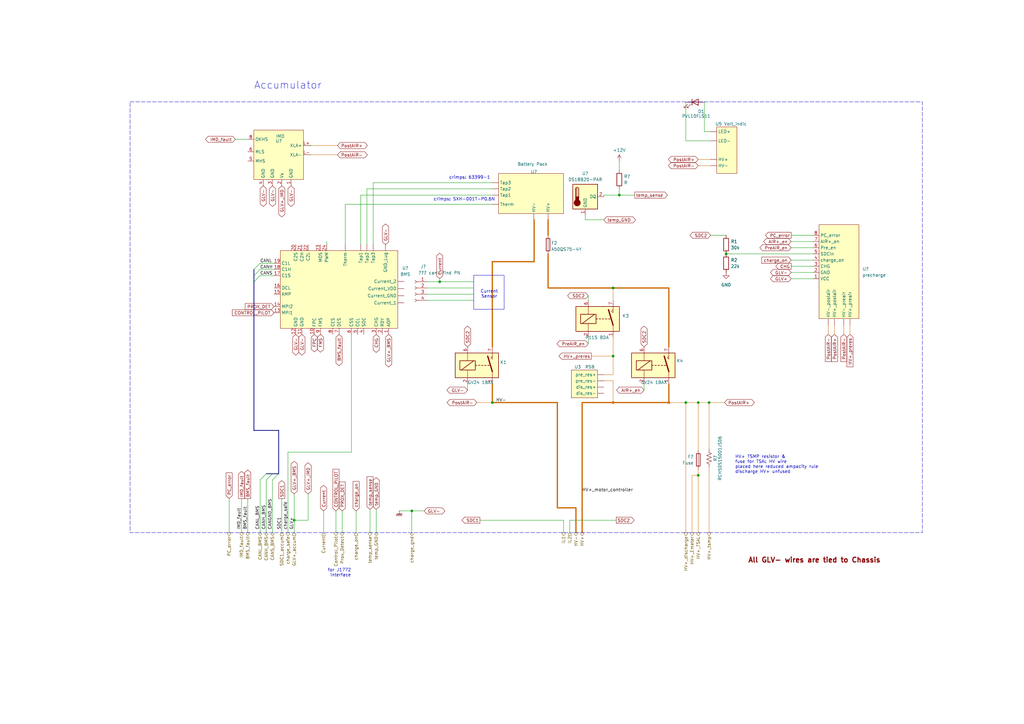
<source format=kicad_sch>
(kicad_sch (version 20250114) (generator "eeschema") (generator_version "9.0")
  (paper "A3")
  (title_block (title "SC FormulaE Electrical System"))
  (lib_symbols
    (symbol "Connector:Conn_01x04_Socket" (pin_names (offset 1.016) (hide yes))
      (property "Reference" "J" (at 0 5.08 0))
      (property "Value" "Conn_01x04_Socket" (at 0 -7.62 0))
      (symbol "Conn_01x04_Socket_1_1"
        (polyline (pts (xy -1.27 2.54) (xy -0.508 2.54)) (stroke (width 0.1524)))
        (polyline (pts (xy -1.27 0) (xy -0.508 0)) (stroke (width 0.1524)))
        (polyline (pts (xy -1.27 -2.54) (xy -0.508 -2.54)) (stroke (width 0.1524)))
        (polyline (pts (xy -1.27 -5.08) (xy -0.508 -5.08)) (stroke (width 0.1524)))
        (arc (start 0 2.032) (mid -0.5058 2.54) (end 0 3.048) (stroke (width 0.1524)))
        (arc (start 0 -0.508) (mid -0.5058 0) (end 0 0.508) (stroke (width 0.1524)))
        (arc (start 0 -3.048) (mid -0.5058 -2.54) (end 0 -2.032) (stroke (width 0.1524)))
        (arc (start 0 -5.588) (mid -0.5058 -5.08) (end 0 -4.572) (stroke (width 0.1524)))
        (pin passive line (at -5.08 2.54 0) (length 3.81) (name "Pin_1") (number "1"))
        (pin passive line (at -5.08 0 0) (length 3.81) (name "Pin_2") (number "2"))
        (pin passive line (at -5.08 -2.54 0) (length 3.81) (name "Pin_3") (number "3"))
        (pin passive line (at -5.08 -5.08 0) (length 3.81) (name "Pin_4") (number "4"))
      )
    )
    (symbol "Device:Fuse" (pin_numbers (hide yes)) (pin_names (offset 0))
      (property "Reference" "F" (at 2.032 0 90))
      (property "Value" "Fuse" (at -1.905 0 90))
      (symbol "Fuse_0_1"
        (rectangle (start -0.762 -2.54) (end 0.762 2.54) (stroke (width 0.254)))
        (polyline (pts (xy 0 2.54) (xy 0 -2.54)))
      )
      (symbol "Fuse_1_1"
        (pin passive line (at 0 3.81 270) (length 1.27) (name "~") (number "1"))
        (pin passive line (at 0 -3.81 90) (length 1.27) (name "~") (number "2"))
      )
    )
    (symbol "Device:LED" (pin_numbers (hide yes)) (pin_names (offset 1.016) (hide yes))
      (property "Reference" "D" (at 0 2.54 0))
      (property "Value" "LED" (at 0 -2.54 0))
      (symbol "LED_0_1"
        (polyline (pts (xy -3.048 -0.762) (xy -4.572 -2.286) (xy -3.81 -2.286) (xy -4.572 -2.286) (xy -4.572 -1.524)))
        (polyline (pts (xy -1.778 -0.762) (xy -3.302 -2.286) (xy -2.54 -2.286) (xy -3.302 -2.286) (xy -3.302 -1.524)))
        (polyline (pts (xy -1.27 0) (xy 1.27 0)))
        (polyline (pts (xy -1.27 -1.27) (xy -1.27 1.27)) (stroke (width 0.254)))
        (polyline (pts (xy 1.27 -1.27) (xy 1.27 1.27) (xy -1.27 0) (xy 1.27 -1.27)) (stroke (width 0.254)))
      )
      (symbol "LED_1_1"
        (pin passive line (at -3.81 0 0) (length 2.54) (name "K") (number "1"))
        (pin passive line (at 3.81 0 180) (length 2.54) (name "A") (number "2"))
      )
    )
    (symbol "Device:R" (pin_numbers (hide yes)) (pin_names (offset 0))
      (property "Reference" "R" (at 2.032 0 90))
      (property "Value" "R" (at 0 0 90))
      (symbol "R_0_1"
        (rectangle (start -1.016 -2.54) (end 1.016 2.54) (stroke (width 0.254)))
      )
      (symbol "R_1_1"
        (pin passive line (at 0 3.81 270) (length 1.27) (name "~") (number "1"))
        (pin passive line (at 0 -3.81 90) (length 1.27) (name "~") (number "2"))
      )
    )
    (symbol "Device:R_US" (pin_numbers (hide yes)) (pin_names (offset 0))
      (property "Reference" "R" (at 2.54 0 90))
      (property "Value" "R_US" (at -2.54 0 90))
      (symbol "R_US_0_1"
        (polyline (pts (xy 0 2.286) (xy 0 2.54)))
        (polyline (pts (xy 0 2.286) (xy 1.016 1.905) (xy 0 1.524) (xy -1.016 1.143) (xy 0 0.762)))
        (polyline (pts (xy 0 0.762) (xy 1.016 0.381) (xy 0 0) (xy -1.016 -0.381) (xy 0 -0.762)))
        (polyline (pts (xy 0 -0.762) (xy 1.016 -1.143) (xy 0 -1.524) (xy -1.016 -1.905) (xy 0 -2.286)))
        (polyline (pts (xy 0 -2.286) (xy 0 -2.54)))
      )
      (symbol "R_US_1_1"
        (pin passive line (at 0 3.81 270) (length 1.27) (name "~") (number "1"))
        (pin passive line (at 0 -3.81 90) (length 1.27) (name "~") (number "2"))
      )
    )
    (symbol "FSAE:BMS"
      (property "Reference" "U" (at 19.05 0.762 0))
      (property "Value" "BMS" (at 19.05 -3.048 0))
      (symbol "BMS_0_1"
        (rectangle (start -16.383 50.038) (end 15.367 1.778) (fill (type background)))
      )
      (symbol "BMS_1_1"
        (pin bidirectional line (at -18.923 43.688 0) (length 2.54) (name "GND") (number "12"))
        (pin bidirectional line (at -18.923 41.148 0) (length 2.54) (name "GND") (number "11"))
        (pin input line (at -18.923 36.068 0) (length 2.54) (name "FPC") (number "10"))
        (pin input line (at -18.923 33.528 0) (length 2.54) (name "FMS") (number "9"))
        (pin output line (at -18.923 28.448 0) (length 2.54) (name "CES") (number "8"))
        (pin output line (at -18.923 25.908 0) (length 2.54) (name "DES") (number "7"))
        (pin output line (at -18.923 20.828 0) (length 2.54) (name "CSS") (number "6"))
        (pin output line (at -18.923 18.288 0) (length 2.54) (name "CCL") (number "5"))
        (pin output line (at -18.923 15.748 0) (length 2.54) (name "SOC") (number "4"))
        (pin power_in line (at -18.923 10.668 0) (length 2.54) (name "CHG") (number "3"))
        (pin power_in line (at -18.923 8.128 0) (length 2.54) (name "RDY") (number "2"))
        (pin power_in line (at -18.923 5.588 0) (length 2.54) (name "AOP") (number "1"))
        (pin input line (at -10.033 52.578 270) (length 2.54) (name "MPI1") (number "13"))
        (pin input line (at -7.493 52.578 270) (length 2.54) (name "MPI2") (number "14"))
        (pin input line (at -5.969 -0.762 90) (length 2.54) (name "Current_1") (number ""))
        (pin input line (at -3.048 -0.762 90) (length 2.54) (name "Current_GND") (number ""))
        (pin output line (at -2.413 52.578 270) (length 2.54) (name "AMP") (number "15"))
        (pin input line (at -0.127 -0.762 90) (length 2.54) (name "Current_VDD") (number ""))
        (pin output line (at 0.127 52.578 270) (length 2.54) (name "DCL") (number "16"))
        (pin input line (at 2.794 -0.762 90) (length 2.54) (name "Current_2") (number ""))
        (pin bidirectional line (at 5.207 52.578 270) (length 2.54) (name "C1S") (number "17"))
        (pin bidirectional line (at 7.747 52.578 270) (length 2.54) (name "C1H") (number "18"))
        (pin bidirectional line (at 10.287 52.578 270) (length 2.54) (name "C1L") (number "19"))
        (pin bidirectional line (at 17.907 43.688 180) (length 2.54) (name "C2S") (number "20"))
        (pin bidirectional line (at 17.907 41.148 180) (length 2.54) (name "C2H") (number "21"))
        (pin bidirectional line (at 17.907 38.608 180) (length 2.54) (name "C2L") (number "22"))
        (pin output line (at 17.907 33.528 180) (length 2.54) (name "MOS") (number "23"))
        (pin output line (at 17.907 30.988 180) (length 2.54) (name "PWM") (number "24"))
        (pin bidirectional line (at 17.907 23.368 180) (length 2.54) (name "Therm") (number ""))
        (pin bidirectional line (at 17.907 17.018 180) (length 2.54) (name "Tap1") (number ""))
        (pin bidirectional line (at 17.907 14.478 180) (length 2.54) (name "Tap2") (number ""))
        (pin bidirectional line (at 17.907 11.938 180) (length 2.54) (name "Tap3") (number ""))
        (pin bidirectional line (at 17.907 6.858 180) (length 2.54) (name "GND_Lug") (number ""))
      )
    )
    (symbol "FSAE:Battery"
      (property "Reference" "U4" (at -13.97 12.7 0))
      (property "Value" "Battery" (at -16.51 15.24 0))
      (symbol "Battery_0_1"
        (rectangle (start -12.7 20.32) (end 13.97 3.81) (fill (type background)))
      )
      (symbol "Battery_1_1"
        (pin bidirectional line (at -6.35 22.86 270) (length 2.54) (name "HV+") (number ""))
        (pin bidirectional line (at -0.508 22.86 270) (length 2.54) (name "HV-") (number ""))
        (pin bidirectional line (at 16.51 16.51 180) (length 2.54) (name "Therm") (number ""))
        (pin bidirectional line (at 16.51 12.7 180) (length 2.54) (name "Tap1") (number ""))
        (pin bidirectional line (at 16.51 10.16 180) (length 2.54) (name "Tap2") (number ""))
        (pin bidirectional line (at 16.51 7.62 180) (length 2.54) (name "Tap3") (number ""))
      )
    )
    (symbol "FSAE:IMD"
      (property "Reference" "U" (at 0 0 0))
      (symbol "IMD_0_1"
        (rectangle (start -8.89 22.86) (end 11.43 2.54) (fill (type background)))
      )
      (symbol "IMD_1_1"
        (pin input line (at -11.43 12.7 0) (length 2.54) (name "XLA-") (number "L-"))
        (pin input line (at -11.43 8.89 0) (length 2.54) (name "XLA+") (number "L+"))
        (pin bidirectional line (at -3.81 25.4 270) (length 2.54) (name "GND") (number "1"))
        (pin power_in line (at 0 25.4 270) (length 2.54) (name "Vs") (number "2"))
        (pin bidirectional line (at 3.81 25.4 270) (length 2.54) (name "GND") (number "3"))
        (pin bidirectional line (at 7.62 25.4 270) (length 2.54) (name "GND") (number "4"))
        (pin output line (at 13.97 15.24 180) (length 2.54) (name "MHS") (number "5"))
        (pin output line (at 13.97 11.43 180) (length 2.54) (name "MLS") (number "6"))
        (pin output line (at 13.97 6.35 180) (length 2.54) (name "OKHS") (number "8"))
      )
    )
    (symbol "Precharge_1"
      (property "Reference" "U6" (at 9.8424 13.335 90))
      (property "Value" "precharge" (at 12.3824 13.335 90))
      (symbol "Precharge_1_1_1"
        (rectangle (start -8.255 11.938) (end 30.226 -4.445) (fill (type background)))
        (pin output line (at -3.937 -6.985 90) (length 2.54) (name "PC_error") (number "8"))
        (pin output line (at -1.397 -6.985 90) (length 2.54) (name "AIR+_en") (number "7"))
        (pin output line (at 1.143 -6.985 90) (length 2.54) (name "Pre_en") (number "6"))
        (pin input line (at 3.683 -6.985 90) (length 2.54) (name "SDCin") (number "5"))
        (pin input line (at 6.223 -6.985 90) (length 2.54) (name "charge_on") (number "4"))
        (pin output line (at 8.763 -6.985 90) (length 2.54) (name "CHG") (number "3"))
        (pin power_in line (at 11.303 -6.985 90) (length 2.54) (name "GND") (number "2"))
        (pin power_in line (at 13.843 -6.985 90) (length 2.54) (name "VCC") (number "1"))
        (pin input line (at 32.893 8.255 180) (length 2.54) (name "HV+_preair") (number ""))
        (pin input line (at 32.893 5.715 180) (length 2.54) (name "HV-_preair") (number ""))
        (pin input line (at 32.893 1.905 180) (length 2.54) (name "HV+_postair") (number ""))
        (pin input line (at 32.893 -0.635 180) (length 2.54) (name "HV-_postair") (number ""))
      )
    )
    (symbol "Random:RSB"
      (property "Reference" "U5" (at -5.715 6.985 0))
      (property "Value" "RSB" (at 0.635 6.985 0))
      (symbol "RSB_1_1"
        (rectangle (start -6.985 5.715) (end 3.81 -5.715) (fill (type background)))
        (pin input line (at 6.35 3.81 180) (length 2.54) (name "pre_res+") (number ""))
        (pin input line (at 6.35 1.27 180) (length 2.54) (name "pre_res-") (number ""))
        (pin input line (at 6.35 -1.27 180) (length 2.54) (name "dis_res+") (number ""))
        (pin input line (at 6.35 -3.81 180) (length 2.54) (name "dis_res-") (number ""))
      )
    )
    (symbol "Random:Volt_indic"
      (property "Reference" "U5" (at -11.43 -4.445 90))
      (property "Value" "Volt_indic" (at -11.43 3.81 90))
      (symbol "Volt_indic_1_1"
        (rectangle (start -10.16 4.445) (end 8.89 -3.81) (fill (type background)))
        (pin output line (at -8.255 -6.35 90) (length 2.54) (name "LED+") (number ""))
        (pin output line (at -4.445 -6.35 90) (length 2.54) (name "LED-") (number ""))
        (pin power_in line (at 3.175 -6.35 90) (length 2.54) (name "HV+") (number ""))
        (pin power_in line (at 5.715 -6.35 90) (length 2.54) (name "HV-") (number ""))
      )
    )
    (symbol "Relay:DIPxx-1Axx-11x"
      (property "Reference" "K" (at 8.89 3.81 0))
      (property "Value" "DIPxx-1Axx-11x" (at 8.89 1.27 0))
      (symbol "DIPxx-1Axx-11x_0_0"
        (polyline (pts (xy 5.08 5.08) (xy 5.08 2.54) (xy 4.445 3.175) (xy 5.08 3.81)))
      )
      (symbol "DIPxx-1Axx-11x_0_1"
        (rectangle (start -10.16 5.08) (end 7.62 -5.08) (stroke (width 0.254)) (fill (type background)))
        (rectangle (start -8.255 1.905) (end -1.905 -1.905) (stroke (width 0.254)))
        (polyline (pts (xy -7.62 -1.905) (xy -2.54 1.905)) (stroke (width 0.254)))
        (polyline (pts (xy -5.08 5.08) (xy -5.08 1.905)))
        (polyline (pts (xy -5.08 -5.08) (xy -5.08 -1.905)))
        (polyline (pts (xy -1.905 0) (xy -1.27 0)) (stroke (width 0.254)))
        (polyline (pts (xy -0.635 0) (xy 0 0)) (stroke (width 0.254)))
        (polyline (pts (xy 0.635 0) (xy 1.27 0)) (stroke (width 0.254)))
        (polyline (pts (xy 1.905 0) (xy 2.54 0)) (stroke (width 0.254)))
        (polyline (pts (xy 3.175 0) (xy 3.81 0)) (stroke (width 0.254)))
        (polyline (pts (xy 5.08 -2.54) (xy 3.175 3.81)) (stroke (width 0.508)))
        (polyline (pts (xy 5.08 -2.54) (xy 5.08 -5.08)))
      )
      (symbol "DIPxx-1Axx-11x_1_1"
        (pin passive line (at -5.08 7.62 270) (length 2.54) (name "~") (number "6"))
        (pin passive line (at -5.08 -7.62 90) (length 2.54) (name "~") (number "2"))
        (pin passive line (at 5.08 7.62 270) (length 2.54) (name "~") (number "7"))
        (pin passive line (at 5.08 7.62 270) (length 2.54) (hide yes) (name "~") (number "8"))
        (pin passive line (at 5.08 -7.62 90) (length 2.54) (name "~") (number "1"))
        (pin passive line (at 5.08 -7.62 90) (length 2.54) (hide yes) (name "~") (number "14"))
      )
    )
    (symbol "Sensor_Temperature:DS18B20-PAR"
      (property "Reference" "U" (at -3.81 6.35 0))
      (property "Value" "DS18B20-PAR" (at 7.62 6.35 0))
      (symbol "DS18B20-PAR_0_1"
        (rectangle (start -5.08 5.08) (end 5.08 -5.08) (stroke (width 0.254)) (fill (type background)))
        (polyline (pts (xy -3.937 3.175) (xy -3.937 0)) (stroke (width 0.254)))
        (polyline (pts (xy -3.937 3.175) (xy -3.302 3.175)) (stroke (width 0.254)))
        (polyline (pts (xy -3.937 2.54) (xy -3.302 2.54)) (stroke (width 0.254)))
        (polyline (pts (xy -3.937 1.905) (xy -3.302 1.905)) (stroke (width 0.254)))
        (polyline (pts (xy -3.937 1.27) (xy -3.302 1.27)) (stroke (width 0.254)))
        (polyline (pts (xy -3.937 0.635) (xy -3.302 0.635)) (stroke (width 0.254)))
        (arc (start -3.937 3.175) (mid -3.302 3.8073) (end -2.667 3.175) (stroke (width 0.254)))
        (circle (center -3.302 -2.54) (radius 1.27) (stroke (width 0.254)) (fill (type outline)))
        (polyline (pts (xy -2.667 3.175) (xy -2.667 0)) (stroke (width 0.254)))
        (rectangle (start -2.667 -1.905) (end -3.937 0) (stroke (width 0.254)) (fill (type outline)))
      )
      (symbol "DS18B20-PAR_1_1"
        (pin power_in line (at 0 -7.62 90) (length 2.54) (name "GND") (number "1"))
        (pin no_connect line (at 5.08 2.54 180) (length 2.54) (hide yes) (name "NC") (number "3"))
        (pin bidirectional line (at 7.62 0 180) (length 2.54) (name "DQ") (number "2"))
      )
    )
    (symbol "power:+12V" (power) (pin_numbers (hide yes)) (pin_names (offset 0) (hide yes))
      (property "Value" "+12V" (at 0 3.556 0))
      (symbol "+12V_0_1"
        (polyline (pts (xy -0.762 1.27) (xy 0 2.54)))
        (polyline (pts (xy 0 2.54) (xy 0.762 1.27)))
        (polyline (pts (xy 0 0) (xy 0 2.54)))
      )
      (symbol "+12V_1_1"
        (pin power_in line (at 0 0 90) (length 0) (name "~") (number "1"))
      )
    )
    (symbol "power:GND" (power) (pin_numbers (hide yes)) (pin_names (offset 0) (hide yes))
      (property "Value" "GND" (at 0 -3.81 0))
      (symbol "GND_0_1"
        (polyline (pts (xy 0 0) (xy 0 -1.27) (xy 1.27 -1.27) (xy 0 -2.54) (xy -1.27 -1.27) (xy 0 -1.27)))
      )
      (symbol "GND_1_1"
        (pin power_in line (at 0 0 270) (length 0) (name "~") (number "1"))
      )
    )
    (symbol "power:GNDPWR" (power) (pin_numbers (hide yes)) (pin_names (offset 0) (hide yes))
      (property "Value" "GNDPWR" (at 0 -3.302 0))
      (symbol "GNDPWR_0_1"
        (polyline (pts (xy -1.016 -1.27) (xy -1.27 -2.032) (xy -1.27 -2.032)) (stroke (width 0.2032)))
        (polyline (pts (xy -0.508 -1.27) (xy -0.762 -2.032) (xy -0.762 -2.032)) (stroke (width 0.2032)))
        (polyline (pts (xy 0 -1.27) (xy 0 0)))
        (polyline (pts (xy 0 -1.27) (xy -0.254 -2.032) (xy -0.254 -2.032)) (stroke (width 0.2032)))
        (polyline (pts (xy 0.508 -1.27) (xy 0.254 -2.032) (xy 0.254 -2.032)) (stroke (width 0.2032)))
        (polyline (pts (xy 1.016 -1.27) (xy -1.016 -1.27) (xy -1.016 -1.27)) (stroke (width 0.2032)))
        (polyline (pts (xy 1.016 -1.27) (xy 0.762 -2.032) (xy 0.762 -2.032) (xy 0.762 -2.032)) (stroke (width 0.2032)))
      )
      (symbol "GNDPWR_1_1"
        (pin power_in line (at 0 0 270) (length 0) (name "~") (number "1"))
      )
    )
  )
  (rectangle (start 53.34 41.783) (end 378.333 218.44) (stroke (width 0) (type dash)))
  (rectangle (start 194.31 112.903) (end 206.756 126.873))
  (text "All GLV- wires are tied to Chassis" (at 334.01 229.87 0) (effects (font (size 2.032 2.032) (thickness 0.4064) (bold yes))))
  (text "HV+ TSMP resistor &\nfuse for TSAL HV wire\nplaced here reduced ampacity rule\ndischarge HV+ unfused" (at 301.498 190.5 0) (effects (font (size 1.27 1.27)) (justify left)))
  (text "crimps: 63399-1" (at 184.15 73.66 0) (effects (font (size 1.27 1.27)) (justify left bottom)))
  (text "for J1772 \ninterface" (at 139.7 234.95 0) (effects (font (size 1.27 1.27))))
  (text "Accumulator\n" (at 104.14 36.83 0) (effects (font (size 3 3)) (justify left bottom)))
  (text "Current\nSensor" (at 200.66 120.65 0) (effects (font (size 1.27 1.27))))
  (text "crimps: SXH-001T-P0.6N\n" (at 177.8 82.55 0) (effects (font (size 1.27 1.27)) (justify left bottom)))
  (junction (at 286.385 165.1))
  (junction (at 286.385 194.945))
  (junction (at 281.305 165.1))
  (junction (at 201.93 165.1))
  (junction (at 290.83 165.1))
  (junction (at 274.32 165.1) (color 204 102 0 1))
  (junction (at 180.34 115.57))
  (junction (at 254 80.01))
  (junction (at 120.65 213.36))
  (junction (at 251.46 118.11))
  (junction (at 168.91 209.55))
  (junction (at 251.46 146.05))
  (junction (at 297.815 104.14))
  (junction (at 251.46 165.1) (color 204 102 0 1))
  (bus_entry (at 106.68 113.03) (size -2.54 2.54))
  (bus_entry (at 109.22 194.31) (size -2.54 2.54))
  (bus_entry (at 106.68 110.49) (size -2.54 2.54))
  (bus_entry (at 106.68 107.95) (size -2.54 2.54))
  (bus_entry (at 111.76 196.85) (size 2.54 -2.54))
  (bus_entry (at 111.76 194.31) (size -2.54 2.54))
  (wire (pts (xy 251.46 138.43) (xy 251.46 146.05)) (stroke (width 0) (color 204 102 0 1)))
  (wire (pts (xy 254 80.01) (xy 247.65 80.01)))
  (wire (pts (xy 281.305 165.1) (xy 286.385 165.1)) (stroke (width 0) (color 204 102 0 1)))
  (wire (pts (xy 153.035 74.93) (xy 201.93 74.93)))
  (wire (pts (xy 141.605 83.82) (xy 141.605 100.33)))
  (wire (pts (xy 120.65 213.36) (xy 120.65 218.44)))
  (wire (pts (xy 241.3 121.285) (xy 241.3 123.19)))
  (wire (pts (xy 224.79 90.17) (xy 224.79 96.52)) (stroke (width 0.508) (color 204 102 0 1)))
  (wire (pts (xy 106.68 196.85) (xy 106.68 218.44)))
  (wire (pts (xy 274.32 165.1) (xy 281.305 165.1)) (stroke (width 0) (color 204 102 0 1)))
  (wire (pts (xy 109.22 196.85) (xy 109.22 218.44)))
  (wire (pts (xy 251.46 165.1) (xy 274.32 165.1)) (stroke (width 0.508) (color 204 102 0 1)))
  (wire (pts (xy 286.385 65.405) (xy 291.465 65.405)) (stroke (width 0) (color 204 102 0 1)))
  (wire (pts (xy 96.52 57.15) (xy 101.6 57.15)))
  (wire (pts (xy 150.495 77.47) (xy 201.93 77.47)))
  (wire (pts (xy 224.79 118.11) (xy 251.46 118.11)) (stroke (width 0.508) (color 204 102 0 1)))
  (wire (pts (xy 260.35 80.01) (xy 254 80.01)))
  (wire (pts (xy 101.6 204.47) (xy 101.6 218.44)))
  (wire (pts (xy 324.485 111.76) (xy 333.375 111.76)))
  (wire (pts (xy 247.65 90.17) (xy 240.03 90.17)))
  (wire (pts (xy 127 63.5) (xy 138.43 63.5)) (stroke (width 0) (color 204 102 0 1)))
  (wire (pts (xy 324.485 96.52) (xy 333.375 96.52)))
  (wire (pts (xy 346.075 133.35) (xy 346.075 137.16)) (stroke (width 0) (color 204 102 0 1)))
  (wire (pts (xy 228.6 165.1) (xy 228.6 208.28)) (stroke (width 0.508) (color 204 102 0 1)))
  (bus (pts (xy 109.22 194.31) (xy 111.76 194.31)))
  (wire (pts (xy 247.65 80.01) (xy 247.65 80.645)))
  (wire (pts (xy 236.22 208.28) (xy 228.6 208.28)) (stroke (width 0.508) (color 204 102 0 1)))
  (wire (pts (xy 111.76 196.85) (xy 111.76 218.44)))
  (wire (pts (xy 144.145 137.16) (xy 144.145 185.42)))
  (wire (pts (xy 283.845 194.945) (xy 286.385 194.945)) (stroke (width 0) (color 204 102 0 1)))
  (wire (pts (xy 224.79 104.14) (xy 224.79 118.11)) (stroke (width 0.508) (color 204 102 0 1)))
  (wire (pts (xy 324.485 106.68) (xy 333.375 106.68)))
  (wire (pts (xy 153.035 100.33) (xy 153.035 74.93)))
  (wire (pts (xy 154.305 208.915) (xy 154.305 218.44)))
  (wire (pts (xy 180.34 115.57) (xy 194.31 115.57)))
  (wire (pts (xy 251.46 146.05) (xy 251.46 153.67)) (stroke (width 0) (color 204 102 0 1)))
  (bus (pts (xy 114.3 176.53) (xy 104.14 176.53)))
  (wire (pts (xy 291.465 96.52) (xy 297.815 96.52)))
  (bus (pts (xy 104.14 115.57) (xy 104.14 176.53)))
  (wire (pts (xy 324.485 114.3) (xy 333.375 114.3)))
  (wire (pts (xy 118.11 185.42) (xy 118.11 218.44)))
  (wire (pts (xy 144.145 185.42) (xy 118.11 185.42)))
  (wire (pts (xy 147.955 80.01) (xy 201.93 80.01)))
  (wire (pts (xy 339.725 133.35) (xy 339.725 137.16)) (stroke (width 0) (color 204 102 0 1)))
  (wire (pts (xy 233.68 213.36) (xy 252.73 213.36)))
  (wire (pts (xy 274.32 118.11) (xy 274.32 142.24)) (stroke (width 0.508) (color 204 102 0 1)))
  (wire (pts (xy 151.765 208.915) (xy 151.765 218.44)))
  (wire (pts (xy 281.305 57.785) (xy 291.465 57.785)))
  (wire (pts (xy 120.65 202.565) (xy 120.65 213.36)))
  (wire (pts (xy 286.385 165.1) (xy 290.83 165.1)) (stroke (width 0) (color 204 102 0 1)))
  (wire (pts (xy 140.335 209.55) (xy 140.335 218.44)))
  (wire (pts (xy 106.68 113.03) (xy 112.395 113.03)))
  (bus (pts (xy 104.14 113.03) (xy 104.14 115.57)))
  (wire (pts (xy 201.93 107.315) (xy 219.075 107.315)) (stroke (width 0.508) (color 204 102 0 1)))
  (wire (pts (xy 247.65 156.21) (xy 251.46 156.21)) (stroke (width 0) (color 204 102 0 1)))
  (wire (pts (xy 290.83 165.1) (xy 297.18 165.1)) (stroke (width 0) (color 204 102 0 1)))
  (wire (pts (xy 195.58 165.1) (xy 201.93 165.1)) (stroke (width 0) (color 204 102 0 1)))
  (wire (pts (xy 146.05 209.55) (xy 146.05 218.44)))
  (wire (pts (xy 274.32 157.48) (xy 274.32 165.1)) (stroke (width 0.508) (color 204 102 0 1)))
  (bus (pts (xy 104.14 110.49) (xy 104.14 113.03)))
  (wire (pts (xy 290.83 191.77) (xy 290.83 218.44)) (stroke (width 0) (color 204 102 0 1)))
  (wire (pts (xy 231.14 213.36) (xy 231.14 218.44)))
  (wire (pts (xy 137.795 209.55) (xy 137.795 218.44)))
  (wire (pts (xy 175.26 123.19) (xy 194.31 123.19)))
  (wire (pts (xy 191.77 157.48) (xy 191.77 160.02)))
  (wire (pts (xy 283.845 194.945) (xy 283.845 218.44)) (stroke (width 0) (color 204 102 0 1)))
  (wire (pts (xy 127 59.69) (xy 127.635 59.69)))
  (wire (pts (xy 93.98 204.47) (xy 93.98 218.44)))
  (wire (pts (xy 348.615 133.35) (xy 348.615 137.16)) (stroke (width 0) (color 204 102 0 1)))
  (wire (pts (xy 288.925 53.975) (xy 291.465 53.975)))
  (wire (pts (xy 288.925 41.91) (xy 288.925 53.975)))
  (wire (pts (xy 133.985 99.06) (xy 133.985 100.33)))
  (wire (pts (xy 241.3 140.97) (xy 241.3 138.43)))
  (wire (pts (xy 251.46 118.11) (xy 274.32 118.11)) (stroke (width 0.508) (color 204 102 0 1)))
  (wire (pts (xy 286.385 165.1) (xy 286.385 184.785)) (stroke (width 0) (color 204 102 0 1)))
  (wire (pts (xy 196.85 213.36) (xy 231.14 213.36)))
  (wire (pts (xy 297.815 104.14) (xy 333.375 104.14)))
  (bus (pts (xy 111.76 194.31) (xy 114.3 194.31)))
  (wire (pts (xy 264.16 157.48) (xy 264.16 160.02)))
  (bus (pts (xy 114.3 194.31) (xy 114.3 176.53)))
  (wire (pts (xy 175.26 120.65) (xy 194.31 120.65)))
  (wire (pts (xy 242.57 146.05) (xy 251.46 146.05)) (stroke (width 0) (color 204 102 0 1)))
  (wire (pts (xy 324.485 101.6) (xy 333.375 101.6)))
  (wire (pts (xy 251.46 156.21) (xy 251.46 165.1)) (stroke (width 0) (color 204 102 0 1)))
  (wire (pts (xy 147.955 100.33) (xy 147.955 80.01)))
  (wire (pts (xy 175.26 115.57) (xy 180.34 115.57)))
  (wire (pts (xy 126.365 202.565) (xy 126.365 213.36)))
  (wire (pts (xy 201.93 107.315) (xy 201.93 142.24)) (stroke (width 0.508) (color 204 102 0 1)))
  (wire (pts (xy 236.22 208.28) (xy 236.22 218.44)) (stroke (width 0.508) (color 204 102 0 1)))
  (wire (pts (xy 180.34 114.3) (xy 180.34 115.57)))
  (wire (pts (xy 106.68 107.95) (xy 112.395 107.95)))
  (wire (pts (xy 281.305 165.1) (xy 281.305 218.44)) (stroke (width 0) (color 204 102 0 1)))
  (wire (pts (xy 240.03 90.17) (xy 240.03 88.265)))
  (wire (pts (xy 219.075 90.17) (xy 219.075 107.315)) (stroke (width 0.508) (color 204 102 0 1)))
  (wire (pts (xy 126.365 213.36) (xy 120.65 213.36)))
  (wire (pts (xy 168.91 209.55) (xy 168.91 218.44)))
  (wire (pts (xy 175.26 118.11) (xy 194.31 118.11)))
  (wire (pts (xy 254 77.47) (xy 254 80.01)))
  (wire (pts (xy 115.57 204.47) (xy 115.57 218.44)))
  (wire (pts (xy 247.65 153.67) (xy 251.46 153.67)) (stroke (width 0) (color 204 102 0 1)))
  (wire (pts (xy 201.93 165.1) (xy 228.6 165.1)) (stroke (width 0.508) (color 204 102 0 1)))
  (wire (pts (xy 238.76 165.1) (xy 251.46 165.1)) (stroke (width 0.508) (color 204 102 0 1)))
  (wire (pts (xy 286.385 194.945) (xy 286.385 218.44)) (stroke (width 0) (color 204 102 0 1)))
  (wire (pts (xy 127 63.5) (xy 127.635 63.5)))
  (wire (pts (xy 324.485 109.22) (xy 333.375 109.22)))
  (wire (pts (xy 132.715 209.55) (xy 132.715 218.44)))
  (wire (pts (xy 150.495 77.47) (xy 150.495 100.33)))
  (wire (pts (xy 324.485 99.06) (xy 333.375 99.06)))
  (wire (pts (xy 286.385 192.405) (xy 286.385 194.945)) (stroke (width 0) (color 204 102 0 1)))
  (wire (pts (xy 233.68 213.36) (xy 233.68 218.44)))
  (wire (pts (xy 201.93 157.48) (xy 201.93 165.1)) (stroke (width 0.508) (color 204 102 0 1)))
  (wire (pts (xy 99.06 204.47) (xy 99.06 218.44)))
  (wire (pts (xy 168.91 209.55) (xy 173.99 209.55)))
  (wire (pts (xy 238.76 165.1) (xy 238.76 218.44)) (stroke (width 0.508) (color 204 102 0 1)))
  (wire (pts (xy 254 66.04) (xy 254 69.85)))
  (wire (pts (xy 127 59.69) (xy 138.43 59.69)) (stroke (width 0) (color 204 102 0 1)))
  (wire (pts (xy 290.83 165.1) (xy 290.83 184.15)) (stroke (width 0) (color 204 102 0 1)))
  (wire (pts (xy 163.83 209.55) (xy 168.91 209.55)))
  (wire (pts (xy 286.385 67.945) (xy 291.465 67.945)) (stroke (width 0) (color 204 102 0 1)))
  (wire (pts (xy 342.265 133.35) (xy 342.265 137.16)) (stroke (width 0) (color 204 102 0 1)))
  (wire (pts (xy 281.305 57.785) (xy 281.305 41.91)))
  (wire (pts (xy 251.46 118.11) (xy 251.46 123.19)) (stroke (width 0) (color 204 102 0 1)))
  (wire (pts (xy 106.68 110.49) (xy 112.395 110.49)))
  (wire (pts (xy 141.605 83.82) (xy 201.93 83.82)))
  (label "BMS_fault" (at 101.6 217.17 90))
  (label "GLV+" (at 120.65 217.17 90))
  (label "HV-" (at 207.645 165.1 180))
  (label "SDC1" (at 115.57 217.17 90))
  (label "IMD_fault" (at 99.06 217.17 90))
  (label "CANH" (at 106.68 110.49 0))
  (label "CANL_BMS" (at 106.68 217.17 90))
  (label "CANH_BMS" (at 109.22 217.17 90))
  (label "HV+_motor_controller" (at 238.76 201.93 0))
  (label "charge_safe" (at 118.11 217.17 90))
  (label "CANL" (at 106.68 107.95 0))
  (label "CANS" (at 106.68 113.03 0))
  (label "CANGND_BMS" (at 111.76 217.17 90))
  (global_label "IMD_fault" (shape output) (at 99.06 204.47 90) (property "Intersheetrefs" "${INTERSHEET_REFS}" (effects (hide yes))))
  (global_label "PostAIR-" (shape bidirectional) (at 195.58 165.1 180) (property "Intersheetrefs" "${INTERSHEET_REFS}" (effects (hide yes))))
  (global_label "CHG" (shape bidirectional) (at 154.305 137.16 270) (property "Intersheetrefs" "${INTERSHEET_REFS}" (effects (hide yes))))
  (global_label "GLV-" (shape bidirectional) (at 119.38 76.2 270) (property "Intersheetrefs" "${INTERSHEET_REFS}" (effects (hide yes))))
  (global_label "SDC2" (shape bidirectional) (at 291.465 96.52 180) (property "Intersheetrefs" "${INTERSHEET_REFS}" (effects (hide yes))))
  (global_label "charge_on" (shape input) (at 324.485 106.68 180) (property "Intersheetrefs" "${INTERSHEET_REFS}" (effects (hide yes))))
  (global_label "CONTROL_PILOT" (shape input) (at 112.395 128.27 180) (property "Intersheetrefs" "${INTERSHEET_REFS}" (effects (hide yes))))
  (global_label "SDC2" (shape output) (at 252.73 213.36 0) (property "Intersheetrefs" "${INTERSHEET_REFS}" (effects (hide yes))))
  (global_label "PC_error" (shape output) (at 324.485 96.52 180) (property "Intersheetrefs" "${INTERSHEET_REFS}" (effects (hide yes))))
  (global_label "HV+_preres" (shape input) (at 348.615 137.16 270) (property "Intersheetrefs" "${INTERSHEET_REFS}" (effects (hide yes))))
  (global_label "SDC1" (shape output) (at 196.85 213.36 180) (property "Intersheetrefs" "${INTERSHEET_REFS}" (effects (hide yes))))
  (global_label "GLV-" (shape bidirectional) (at 191.77 160.02 180) (property "Intersheetrefs" "${INTERSHEET_REFS}" (effects (hide yes))))
  (global_label "temp_sense" (shape input) (at 151.765 208.915 90) (property "Intersheetrefs" "${INTERSHEET_REFS}" (effects (hide yes))))
  (global_label "PostAIR+" (shape input) (at 342.265 137.16 270) (property "Intersheetrefs" "${INTERSHEET_REFS}" (effects (hide yes))))
  (global_label "PROX_DET" (shape input) (at 140.335 209.55 90) (property "Intersheetrefs" "${INTERSHEET_REFS}" (effects (hide yes))))
  (global_label "PostAIR-" (shape bidirectional) (at 138.43 63.5 0) (property "Intersheetrefs" "${INTERSHEET_REFS}" (effects (hide yes))))
  (global_label "FMS" (shape bidirectional) (at 131.445 137.16 270) (property "Intersheetrefs" "${INTERSHEET_REFS}" (effects (hide yes))))
  (global_label "GLV-" (shape bidirectional) (at 158.115 100.33 90) (property "Intersheetrefs" "${INTERSHEET_REFS}" (effects (hide yes))))
  (global_label "GLV-" (shape bidirectional) (at 324.485 111.76 180) (property "Intersheetrefs" "${INTERSHEET_REFS}" (effects (hide yes))))
  (global_label "AIR+_en" (shape bidirectional) (at 324.485 99.06 180) (property "Intersheetrefs" "${INTERSHEET_REFS}" (effects (hide yes))))
  (global_label "GLV-" (shape bidirectional) (at 123.825 137.16 270) (property "Intersheetrefs" "${INTERSHEET_REFS}" (effects (hide yes))))
  (global_label "PostAIR+" (shape bidirectional) (at 297.18 165.1 0) (property "Intersheetrefs" "${INTERSHEET_REFS}" (effects (hide yes))))
  (global_label "PROX_DET" (shape input) (at 112.395 125.73 180) (property "Intersheetrefs" "${INTERSHEET_REFS}" (effects (hide yes))))
  (global_label "SDC2" (shape bidirectional) (at 191.77 142.24 90) (property "Intersheetrefs" "${INTERSHEET_REFS}" (effects (hide yes))))
  (global_label "CHG" (shape output) (at 324.485 109.22 180) (property "Intersheetrefs" "${INTERSHEET_REFS}" (effects (hide yes))))
  (global_label "charge_on" (shape input) (at 146.05 209.55 90) (property "Intersheetrefs" "${INTERSHEET_REFS}" (effects (hide yes))))
  (global_label "GLV-" (shape bidirectional) (at 107.95 76.2 270) (property "Intersheetrefs" "${INTERSHEET_REFS}" (effects (hide yes))))
  (global_label "SDC1" (shape output) (at 115.57 204.47 90) (property "Intersheetrefs" "${INTERSHEET_REFS}" (effects (hide yes))))
  (global_label "FPC" (shape bidirectional) (at 128.905 137.16 270) (property "Intersheetrefs" "${INTERSHEET_REFS}" (effects (hide yes))))
  (global_label "GLV-" (shape bidirectional) (at 173.99 209.55 0) (property "Intersheetrefs" "${INTERSHEET_REFS}" (effects (hide yes))))
  (global_label "temp_sense" (shape output) (at 260.35 80.01 0) (property "Intersheetrefs" "${INTERSHEET_REFS}" (effects (hide yes))))
  (global_label "SDC2" (shape bidirectional) (at 264.16 142.24 90) (property "Intersheetrefs" "${INTERSHEET_REFS}" (effects (hide yes))))
  (global_label "AIR+_en" (shape bidirectional) (at 264.16 160.02 180) (property "Intersheetrefs" "${INTERSHEET_REFS}" (effects (hide yes))))
  (global_label "PC_error" (shape input) (at 93.98 204.47 90) (property "Intersheetrefs" "${INTERSHEET_REFS}" (effects (hide yes))))
  (global_label "GLV-" (shape bidirectional) (at 111.76 76.2 270) (property "Intersheetrefs" "${INTERSHEET_REFS}" (effects (hide yes))))
  (global_label "PostAIR-" (shape bidirectional) (at 286.385 67.945 180) (property "Intersheetrefs" "${INTERSHEET_REFS}" (effects (hide yes))))
  (global_label "GLV+_BMS" (shape bidirectional) (at 120.65 202.565 90) (property "Intersheetrefs" "${INTERSHEET_REFS}" (effects (hide yes))))
  (global_label "temp_GND" (shape bidirectional) (at 247.65 90.17 0) (property "Intersheetrefs" "${INTERSHEET_REFS}" (effects (hide yes))))
  (global_label "PostAIR-" (shape input) (at 339.725 137.16 270) (property "Intersheetrefs" "${INTERSHEET_REFS}" (effects (hide yes))))
  (global_label "CONTROL_PILOT" (shape input) (at 137.795 209.55 90) (property "Intersheetrefs" "${INTERSHEET_REFS}" (effects (hide yes))))
  (global_label "Current" (shape bidirectional) (at 180.34 114.3 90) (property "Intersheetrefs" "${INTERSHEET_REFS}" (effects (hide yes))))
  (global_label "GLV+" (shape bidirectional) (at 324.485 114.3 180) (property "Intersheetrefs" "${INTERSHEET_REFS}" (effects (hide yes))))
  (global_label "PostAIR+" (shape bidirectional) (at 286.385 65.405 180) (property "Intersheetrefs" "${INTERSHEET_REFS}" (effects (hide yes))))
  (global_label "PostAIR-" (shape input) (at 346.075 137.16 270) (property "Intersheetrefs" "${INTERSHEET_REFS}" (effects (hide yes))))
  (global_label "BMS_fault" (shape bidirectional) (at 139.065 137.16 270) (property "Intersheetrefs" "${INTERSHEET_REFS}" (effects (hide yes))))
  (global_label "HV+_preres" (shape output) (at 242.57 146.05 180) (property "Intersheetrefs" "${INTERSHEET_REFS}" (effects (hide yes))))
  (global_label "IMD_fault" (shape bidirectional) (at 96.52 57.15 180) (property "Intersheetrefs" "${INTERSHEET_REFS}" (effects (hide yes))))
  (global_label "temp_GND" (shape bidirectional) (at 154.305 208.915 90) (property "Intersheetrefs" "${INTERSHEET_REFS}" (effects (hide yes))))
  (global_label "GLV-" (shape bidirectional) (at 121.285 137.16 270) (property "Intersheetrefs" "${INTERSHEET_REFS}" (effects (hide yes))))
  (global_label "GLV+_BMS" (shape bidirectional) (at 159.385 137.16 270) (property "Intersheetrefs" "${INTERSHEET_REFS}" (effects (hide yes))))
  (global_label "SDC2" (shape bidirectional) (at 241.3 121.285 180) (property "Intersheetrefs" "${INTERSHEET_REFS}" (effects (hide yes))))
  (global_label "PreAIR_en" (shape bidirectional) (at 241.3 140.97 180) (property "Intersheetrefs" "${INTERSHEET_REFS}" (effects (hide yes))))
  (global_label "GLV+_IMD" (shape bidirectional) (at 115.57 76.2 270) (property "Intersheetrefs" "${INTERSHEET_REFS}" (effects (hide yes))))
  (global_label "PostAIR+" (shape bidirectional) (at 138.43 59.69 0) (property "Intersheetrefs" "${INTERSHEET_REFS}" (effects (hide yes))))
  (global_label "BMS_fault" (shape output) (at 101.6 204.47 90) (property "Intersheetrefs" "${INTERSHEET_REFS}" (effects (hide yes))))
  (global_label "GLV+_IMD" (shape bidirectional) (at 126.365 202.565 90) (property "Intersheetrefs" "${INTERSHEET_REFS}" (effects (hide yes))))
  (global_label "PreAIR_en" (shape bidirectional) (at 324.485 101.6 180) (property "Intersheetrefs" "${INTERSHEET_REFS}" (effects (hide yes))))
  (global_label "Current" (shape bidirectional) (at 132.715 209.55 90) (property "Intersheetrefs" "${INTERSHEET_REFS}" (effects (hide yes))))
  (hierarchical_label "HV+_tsmp" (shape output) (at 290.83 218.44 270))
  (hierarchical_label "HV+_TSAL" (shape output) (at 286.385 218.44 270))
  (hierarchical_label "charge_on" (shape input) (at 146.05 218.44 270))
  (hierarchical_label "Control_Pilot" (shape output) (at 137.795 218.44 270))
  (hierarchical_label "HV+_discharge" (shape output) (at 281.305 218.44 270))
  (hierarchical_label "CANS_BMS" (shape bidirectional) (at 111.76 218.44 270))
  (hierarchical_label "IMD_fault" (shape output) (at 99.06 218.44 270))
  (hierarchical_label "temp_sense" (shape output) (at 151.765 218.44 270))
  (hierarchical_label "CANH_BMS" (shape bidirectional) (at 109.22 218.44 270))
  (hierarchical_label "Prox_Detect" (shape output) (at 140.335 218.44 270))
  (hierarchical_label "charge_gnd" (shape bidirectional) (at 168.91 218.44 270))
  (hierarchical_label "SDC1_accum" (shape input) (at 115.57 218.44 270))
  (hierarchical_label "temp_GND" (shape bidirectional) (at 154.305 218.44 270))
  (hierarchical_label "HV+_Emeter" (shape output) (at 283.845 218.44 270))
  (hierarchical_label "HV-" (shape output) (at 236.22 218.44 270))
  (hierarchical_label "IL1" (shape output) (at 231.14 218.44 270))
  (hierarchical_label "BMS_fault" (shape output) (at 101.6 218.44 270))
  (hierarchical_label "charge_safe" (shape output) (at 118.11 218.44 270))
  (hierarchical_label "CANL_BMS" (shape bidirectional) (at 106.68 218.44 270))
  (hierarchical_label "HV+" (shape output) (at 238.76 218.44 270))
  (hierarchical_label "IL2" (shape input) (at 233.68 218.44 270))
  (hierarchical_label "PC_error" (shape output) (at 93.98 218.44 270))
  (hierarchical_label "GLV+_accum" (shape input) (at 120.65 218.44 270))
  (hierarchical_label "Current" (shape input) (at 132.715 218.44 270))
  (symbol (lib_id "Device:R") (at 254 73.66 0) (unit 1)
    (property "Reference" "R?" (at 255.905 72.3899 0) (effects (justify left)))
    (property "Value" "R" (at 255.905 74.9299 0) (effects (justify left)))
    (property "Description" "Resistor" (effects (hide yes)))
  )
  (symbol (lib_id "Relay:DIPxx-1Axx-11x") (at 196.85 149.86 0) (unit 1)
    (property "Reference" "K1" (at 205.105 148.59 0) (effects (justify left)))
    (property "Value" "GV24 1BAX" (at 191.77 156.845 0) (effects (justify left)))
    (property "Footprint" "Relay_THT:Relay_StandexMeder_DIP_LowProfile" (effects (hide yes)))
    (property "Datasheet" "https://www.sensata.com/sites/default/files/a/sensata-gigavac-gv24-sereies-800v-contactors-datasheet.pdf" (effects (hide yes)))
  )
  (symbol (lib_id "Device:R") (at 297.815 107.95 0) (unit 1)
    (property "Reference" "R2" (at 299.72 106.6799 0) (effects (justify left)))
    (property "Value" "22k" (at 299.72 109.2199 0) (effects (justify left)))
    (property "Description" "Resistor" (effects (hide yes)))
  )
  (symbol (lib_id "Random:RSB") (at 241.3 157.48 0) (unit 1)
    (property "Reference" "U3" (at 235.585 150.495 0) (effects (justify left)))
    (property "Value" "RSB" (at 241.935 150.495 0))
  )
  (symbol (lib_id "power:GNDPWR") (at 163.83 209.55 0) (unit 1)
    (property "Reference" "#PWR?" (effects (hide yes)))
    (property "Value" "GNDPWR" (effects (hide yes)))
    (property "Description" "Power symbol creates a global label with name \"GNDPWR\" , global ground" (effects (hide yes)))
  )
  (symbol (lib_id "Device:Fuse") (at 224.79 100.33 0) (unit 1)
    (property "Reference" "F2" (at 226.06 99.695 0) (effects (justify left)))
    (property "Value" "A50QS75-4Y" (at 226.06 102.235 0) (effects (justify left)))
  )
  (symbol (lib_id "Relay:DIPxx-1Axx-11x") (at 246.38 130.81 0) (unit 1)
    (property "Reference" "K3" (at 255.27 129.5399 0) (effects (justify left)))
    (property "Value" "P115 BDA" (at 240.03 138.43 0) (effects (justify left)))
    (property "Footprint" "Relay_THT:Relay_StandexMeder_DIP_LowProfile" (effects (hide yes)))
    (property "Datasheet" "https://www.sensata.com/sites/default/files/a/sensata-gigavac-gv24-sereies-800v-contactors-datasheet.pdf" (effects (hide yes)))
  )
  (symbol (lib_id "Device:LED") (at 285.115 41.91 0) (unit 1)
    (property "Reference" "D1" (at 288.925 45.72 0) (effects (justify right)))
    (property "Value" "PVL10FLS11" (at 291.465 47.625 0) (effects (justify right)))
    (property "Footprint" "LED_THT:LED_D3.0mm" (effects (hide yes)))
  )
  (symbol (lib_id "FSAE:BMS") (at 164.973 118.237 90) (unit 1)
    (property "Reference" "U?" (at 166.243 109.9468 90))
    (property "Value" "BMS" (at 166.243 112.4868 90))
  )
  (symbol (lib_id "Sensor_Temperature:DS18B20-PAR") (at 240.03 80.645 0) (unit 1)
    (property "Reference" "U?" (at 240.03 71.12 0))
    (property "Value" "DS18B20-PAR" (at 240.03 73.66 0))
    (property "Footprint" "Package_TO_SOT_THT:TO-92_Inline" (effects (hide yes)))
    (property "Datasheet" "http://datasheets.maximintegrated.com/en/ds/DS18B20-PAR.pdf" (effects (hide yes)))
    (property "Description" "1-Wire Parasite-Power Digital Thermometer TO-92" (effects (hide yes)))
  )
  (symbol (lib_id "Relay:DIPxx-1Axx-11x") (at 269.24 149.86 0) (unit 1)
    (property "Reference" "K4" (at 277.495 147.955 0) (effects (justify left)))
    (property "Value" "GV24 1BAX" (at 262.89 156.845 0) (effects (justify left)))
    (property "Footprint" "Relay_THT:Relay_StandexMeder_DIP_LowProfile" (effects (hide yes)))
    (property "Datasheet" "https://www.sensata.com/sites/default/files/a/sensata-gigavac-gv24-sereies-800v-contactors-datasheet.pdf" (effects (hide yes)))
  )
  (symbol (lib_id "Device:Fuse") (at 286.385 188.595 0) (unit 1)
    (property "Reference" "F?" (at 284.48 187.3249 0) (effects (justify right)))
    (property "Value" "Fuse" (at 284.48 189.8649 0) (effects (justify right)))
    (property "Description" "Fuse" (effects (hide yes)))
  )
  (symbol (lib_id "FSAE:Battery") (at 218.44 67.31 180) (unit 1)
    (property "Reference" "U?" (at 220.345 70.485 0) (effects (justify left)))
    (property "Value" "Battery Pack" (at 218.44 67.31 0))
  )
  (symbol (lib_id "Random:Volt_indic") (at 297.815 62.23 270) (unit 1)
    (property "Reference" "U5" (at 293.37 50.8 90) (effects (justify left)))
    (property "Value" "Volt_indic" (at 301.625 50.8 90))
  )
  (symbol (lib_id "power:+12V") (at 254 66.04 0) (unit 1)
    (property "Reference" "#PWR?" (effects (hide yes)))
    (property "Value" "+12V" (at 254 61.595 0))
    (property "Description" "Power symbol creates a global label with name \"+12V\"" (effects (hide yes)))
  )
  (symbol (lib_id "FSAE:IMD") (at 115.57 50.8 180) (unit 1)
    (property "Reference" "U?" (at 114.3 57.785 0))
    (property "Value" "IMD" (at 114.935 55.88 0))
  )
  (symbol (lib_id "Device:R_US") (at 290.83 187.96 180) (unit 1)
    (property "Reference" "R?" (at 293.37 187.96 90))
    (property "Value" "RCH50S15001JS06" (at 295.275 187.96 90))
  )
  (symbol (lib_id "Connector:Conn_01x04_Socket") (at 170.18 118.11 0) (mirror y) (unit 1)
    (property "Reference" "J?" (at 173.609 109.347 0))
    (property "Value" "??? can't find PN" (at 180.213 111.887 0))
    (property "Description" "Generic connector, single row, 01x04, script generated" (effects (hide yes)))
  )
  (symbol (lib_id "Device:R") (at 297.815 100.33 0) (unit 1)
    (property "Reference" "R1" (at 299.72 99.0599 0) (effects (justify left)))
    (property "Value" "30k" (at 299.72 101.5999 0) (effects (justify left)))
    (property "Description" "Resistor" (effects (hide yes)))
  )
  (symbol (lib_id "power:GND") (at 297.815 111.76 0) (unit 1)
    (property "Reference" "#PWR01" (effects (hide yes)))
    (property "Value" "GND" (at 297.815 116.84 0))
    (property "Description" "Power symbol creates a global label with name \"GND\" , ground" (effects (hide yes)))
  )
  (symbol (lib_name "Precharge_1") (lib_id "Random:Precharge") (at 340.36 100.457 270) (unit 1)
    (property "Reference" "U?" (at 353.695 110.2994 90) (effects (justify left)))
    (property "Value" "precharge" (at 353.695 112.8394 90) (effects (justify left)))
  )
)
</source>
